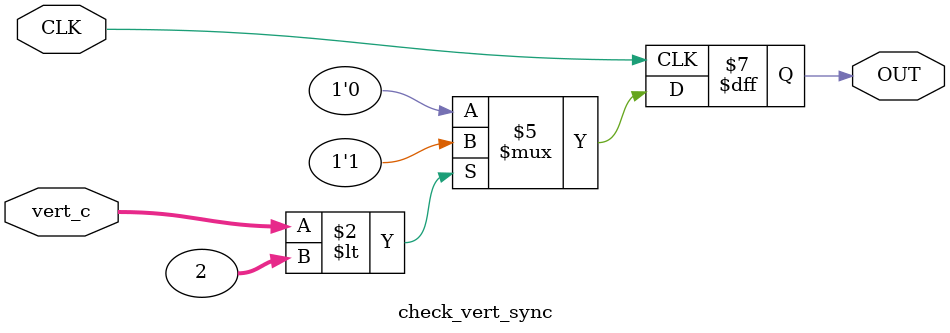
<source format=v>
module check_vert_sync(OUT, vert_c, CLK);

output reg OUT;
input [9:0] vert_c;
input CLK;

initial begin
	OUT <= 0;
end

//Bring line low if we're between 0 and 2 (v sync time)
always @(posedge CLK)
begin
	if (vert_c < 2)
		OUT <= 1;
	else
		OUT <= 0;
end

endmodule
</source>
